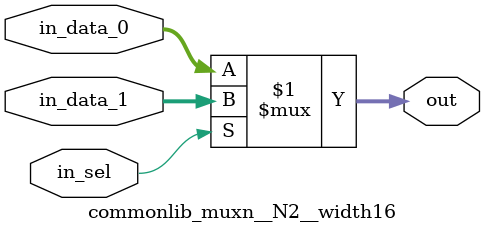
<source format=v>
module commonlib_muxn__N2__width16 (
    input [15:0] in_data_0,
    input [15:0] in_data_1,
    input [0:0] in_sel,
    output [15:0] out
);
assign out = in_sel[0] ? in_data_1 : in_data_0;
endmodule
</source>
